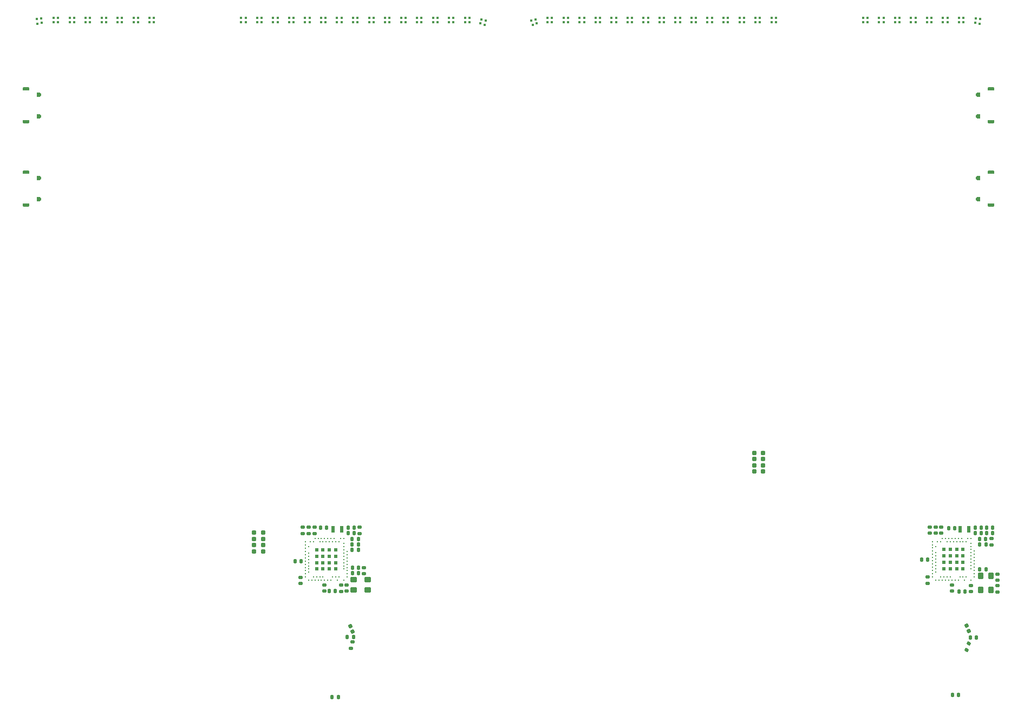
<source format=gtp>
G04 #@! TF.GenerationSoftware,KiCad,Pcbnew,(6.0.11-0)*
G04 #@! TF.CreationDate,2023-02-19T21:29:59+08:00*
G04 #@! TF.ProjectId,Combined,436f6d62-696e-4656-942e-6b696361645f,rev?*
G04 #@! TF.SameCoordinates,Original*
G04 #@! TF.FileFunction,Paste,Top*
G04 #@! TF.FilePolarity,Positive*
%FSLAX46Y46*%
G04 Gerber Fmt 4.6, Leading zero omitted, Abs format (unit mm)*
G04 Created by KiCad (PCBNEW (6.0.11-0)) date 2023-02-19 21:29:59*
%MOMM*%
%LPD*%
G01*
G04 APERTURE LIST*
G04 Aperture macros list*
%AMRoundRect*
0 Rectangle with rounded corners*
0 $1 Rounding radius*
0 $2 $3 $4 $5 $6 $7 $8 $9 X,Y pos of 4 corners*
0 Add a 4 corners polygon primitive as box body*
4,1,4,$2,$3,$4,$5,$6,$7,$8,$9,$2,$3,0*
0 Add four circle primitives for the rounded corners*
1,1,$1+$1,$2,$3*
1,1,$1+$1,$4,$5*
1,1,$1+$1,$6,$7*
1,1,$1+$1,$8,$9*
0 Add four rect primitives between the rounded corners*
20,1,$1+$1,$2,$3,$4,$5,0*
20,1,$1+$1,$4,$5,$6,$7,0*
20,1,$1+$1,$6,$7,$8,$9,0*
20,1,$1+$1,$8,$9,$2,$3,0*%
%AMFreePoly0*
4,1,13,-0.250000,0.375000,-0.240485,0.422835,-0.213388,0.463388,-0.172835,0.490485,-0.125000,0.500000,0.250000,0.500000,0.250000,-0.500000,-0.125000,-0.500000,-0.172835,-0.490485,-0.213388,-0.463388,-0.240485,-0.422835,-0.250000,-0.375000,-0.250000,0.375000,-0.250000,0.375000,$1*%
%AMFreePoly1*
4,1,13,-0.300000,0.150000,-0.288582,0.207403,-0.256066,0.256066,-0.207403,0.288582,-0.150000,0.300000,0.300000,0.300000,0.300000,-0.300000,-0.150000,-0.300000,-0.207403,-0.288582,-0.256066,-0.256066,-0.288582,-0.207403,-0.300000,-0.150000,-0.300000,0.150000,-0.300000,0.150000,$1*%
G04 Aperture macros list end*
%ADD10RoundRect,0.140000X0.170000X-0.140000X0.170000X0.140000X-0.170000X0.140000X-0.170000X-0.140000X0*%
%ADD11RoundRect,0.087500X0.087500X-0.087500X0.087500X0.087500X-0.087500X0.087500X-0.087500X-0.087500X0*%
%ADD12RoundRect,0.140000X-0.170000X0.140000X-0.170000X-0.140000X0.170000X-0.140000X0.170000X0.140000X0*%
%ADD13RoundRect,0.086250X0.201250X-0.201250X0.201250X0.201250X-0.201250X0.201250X-0.201250X-0.201250X0*%
%ADD14C,0.250000*%
%ADD15RoundRect,0.087500X-0.087500X0.087500X-0.087500X-0.087500X0.087500X-0.087500X0.087500X0.087500X0*%
%ADD16RoundRect,0.140000X0.140000X0.170000X-0.140000X0.170000X-0.140000X-0.170000X0.140000X-0.170000X0*%
%ADD17RoundRect,0.140000X-0.140000X-0.170000X0.140000X-0.170000X0.140000X0.170000X-0.140000X0.170000X0*%
%ADD18RoundRect,0.147500X0.147500X0.172500X-0.147500X0.172500X-0.147500X-0.172500X0.147500X-0.172500X0*%
%ADD19RoundRect,0.147500X-0.212545X0.079606X-0.111649X-0.197603X0.212545X-0.079606X0.111649X0.197603X0*%
%ADD20FreePoly0,270.000000*%
%ADD21FreePoly1,180.000000*%
%ADD22FreePoly0,90.000000*%
%ADD23RoundRect,0.150000X0.300000X-0.350000X0.300000X0.350000X-0.300000X0.350000X-0.300000X-0.350000X0*%
%ADD24RoundRect,0.147500X-0.172500X0.147500X-0.172500X-0.147500X0.172500X-0.147500X0.172500X0.147500X0*%
%ADD25R,0.600000X1.100000*%
%ADD26RoundRect,0.150000X-0.350000X-0.300000X0.350000X-0.300000X0.350000X0.300000X-0.350000X0.300000X0*%
%ADD27RoundRect,0.147500X-0.215194X0.072140X-0.104685X-0.201379X0.215194X-0.072140X0.104685X0.201379X0*%
%ADD28FreePoly1,0.000000*%
%ADD29RoundRect,0.090000X-0.210000X-0.270000X0.210000X-0.270000X0.210000X0.270000X-0.210000X0.270000X0*%
%ADD30RoundRect,0.090000X0.210000X0.270000X-0.210000X0.270000X-0.210000X-0.270000X0.210000X-0.270000X0*%
%ADD31RoundRect,0.087500X0.056178X-0.110256X0.110256X0.056178X-0.056178X0.110256X-0.110256X-0.056178X0*%
%ADD32RoundRect,0.135000X-0.146845X0.175745X-0.212164X-0.086234X0.146845X-0.175745X0.212164X0.086234X0*%
%ADD33RoundRect,0.135000X-0.120957X0.194472X-0.222101X-0.055868X0.120957X-0.194472X0.222101X0.055868X0*%
%ADD34RoundRect,0.147500X-0.147500X-0.172500X0.147500X-0.172500X0.147500X0.172500X-0.147500X0.172500X0*%
%ADD35RoundRect,0.087500X-0.110256X0.056178X-0.056178X-0.110256X0.110256X-0.056178X0.056178X0.110256X0*%
%ADD36RoundRect,0.087500X0.101365X-0.070976X0.070976X0.101365X-0.101365X0.070976X-0.070976X-0.101365X0*%
%ADD37RoundRect,0.087500X-0.070976X0.101365X-0.101365X-0.070976X0.070976X-0.101365X0.101365X0.070976X0*%
G04 APERTURE END LIST*
D10*
X74811743Y-105005737D03*
X74811743Y-104045737D03*
D11*
X44994843Y-16021637D03*
X44994843Y-15321637D03*
X45694843Y-16021637D03*
X45694843Y-15321637D03*
D12*
X175869561Y-104142578D03*
X175869561Y-105102578D03*
D13*
X171678673Y-101492578D03*
X171678673Y-99492578D03*
X174678673Y-98492578D03*
X173678673Y-100492578D03*
X172678673Y-98492578D03*
X171678673Y-100492578D03*
X173678673Y-99492578D03*
X172678673Y-100492578D03*
X172678673Y-101492578D03*
X174678673Y-99492578D03*
X173678673Y-98492578D03*
X172678673Y-99492578D03*
X171678673Y-98492578D03*
X173678673Y-101492578D03*
X174678673Y-100492578D03*
X174678673Y-101492578D03*
D14*
X176428673Y-98742578D03*
X176428673Y-99242578D03*
X176428673Y-99742578D03*
X176428673Y-100242578D03*
X176428673Y-100742578D03*
X176428673Y-101242578D03*
X176428673Y-101742578D03*
X176428673Y-102242578D03*
X176428673Y-102742578D03*
X170928673Y-103242578D03*
X170678673Y-97242578D03*
X170428673Y-97992578D03*
X170428673Y-98992578D03*
X170428673Y-99492578D03*
X170428673Y-99992578D03*
X170428673Y-100492578D03*
X170428673Y-100992578D03*
X170428673Y-101492578D03*
X170428673Y-101992578D03*
X170428673Y-103242578D03*
X169928673Y-97242578D03*
X169928673Y-97742578D03*
X169928673Y-98242578D03*
X169928673Y-98742578D03*
X169928673Y-99242578D03*
X169928673Y-99742578D03*
X169928673Y-100242578D03*
X169928673Y-100742578D03*
X169928673Y-101242578D03*
X169928673Y-101742578D03*
X169928673Y-102242578D03*
X169928673Y-102742578D03*
X175928673Y-96742578D03*
X175928673Y-97492578D03*
X175928673Y-97992578D03*
X175928673Y-98492578D03*
X175928673Y-98992578D03*
X175928673Y-99492578D03*
X175928673Y-99992578D03*
X175928673Y-100492578D03*
X175928673Y-100992578D03*
X175928673Y-101492578D03*
X175928673Y-103242578D03*
X175428673Y-96742578D03*
X175178673Y-97242578D03*
X175178673Y-102742578D03*
X174928673Y-103242578D03*
X174678673Y-97242578D03*
X174678673Y-102742578D03*
X174428673Y-96742578D03*
X174178673Y-97242578D03*
X174178673Y-102742578D03*
X173928673Y-96742578D03*
X173928673Y-103242578D03*
X173678673Y-97242578D03*
X173428673Y-96742578D03*
X173428673Y-103242578D03*
X173178673Y-97242578D03*
X172928673Y-96742578D03*
X172928673Y-103242578D03*
X172678673Y-97242578D03*
X172678673Y-102742578D03*
X172428673Y-96742578D03*
X172428673Y-103242578D03*
X172178673Y-97242578D03*
X172178673Y-102742578D03*
X171928673Y-96742578D03*
X171928673Y-103242578D03*
X171678673Y-102742578D03*
X171428673Y-96742578D03*
X171428673Y-103242578D03*
X171178673Y-97242578D03*
X171178673Y-102742578D03*
D15*
X167238350Y-15320362D03*
X167238350Y-16020362D03*
X166538350Y-15320362D03*
X166538350Y-16020362D03*
X132919150Y-15320362D03*
X132919150Y-16020362D03*
X132219150Y-15320362D03*
X132219150Y-16020362D03*
D16*
X178247304Y-101553980D03*
X177287304Y-101553980D03*
D17*
X176559561Y-95042578D03*
X177519561Y-95042578D03*
D18*
X178239561Y-97702578D03*
X177269561Y-97702578D03*
D15*
X135419150Y-15320362D03*
X135419150Y-16020362D03*
X134719150Y-15320362D03*
X134719150Y-16020362D03*
D11*
X37485243Y-16021637D03*
X37485243Y-15321637D03*
X38185243Y-16021637D03*
X38185243Y-15321637D03*
D12*
X180087304Y-104153980D03*
X180087304Y-105113980D03*
D19*
X78885863Y-110449986D03*
X79217623Y-111361488D03*
D16*
X174999561Y-105082578D03*
X174039561Y-105082578D03*
D11*
X61804443Y-16021637D03*
X61804443Y-15321637D03*
X62504443Y-16021637D03*
X62504443Y-15321637D03*
D20*
X28165243Y-39439737D03*
D21*
X30215243Y-43684737D03*
X30215243Y-40334737D03*
D22*
X28165243Y-44579737D03*
D11*
X71804443Y-16021637D03*
X71804443Y-15321637D03*
X72504443Y-16021637D03*
X72504443Y-15321637D03*
D15*
X125419150Y-15320362D03*
X125419150Y-16020362D03*
X124719150Y-15320362D03*
X124719150Y-16020362D03*
X142919150Y-15320362D03*
X142919150Y-16020362D03*
X142219150Y-15320362D03*
X142219150Y-16020362D03*
D23*
X179029561Y-104812578D03*
X179029561Y-102612578D03*
X177429561Y-102612578D03*
X177429561Y-104812578D03*
D24*
X179099561Y-96777578D03*
X179099561Y-97747578D03*
D11*
X32485243Y-16021637D03*
X32485243Y-15321637D03*
X33185243Y-16021637D03*
X33185243Y-15321637D03*
D25*
X77551743Y-95330737D03*
X76151743Y-95330737D03*
D17*
X78521743Y-95055737D03*
X79481743Y-95055737D03*
D10*
X78271743Y-105015737D03*
X78271743Y-104055737D03*
D26*
X79351743Y-104795737D03*
X81551743Y-104795737D03*
X81551743Y-103195737D03*
X79351743Y-103195737D03*
D13*
X73601743Y-98545237D03*
X75601743Y-101545237D03*
X74601743Y-101545237D03*
X76601743Y-101545237D03*
X75601743Y-98545237D03*
X73601743Y-99545237D03*
X75601743Y-100545237D03*
X74601743Y-100545237D03*
X76601743Y-98545237D03*
X73601743Y-100545237D03*
X73601743Y-101545237D03*
X76601743Y-99545237D03*
X76601743Y-100545237D03*
X75601743Y-99545237D03*
X74601743Y-98545237D03*
X74601743Y-99545237D03*
D14*
X78351743Y-98795237D03*
X78351743Y-99295237D03*
X78351743Y-99795237D03*
X78351743Y-100295237D03*
X78351743Y-100795237D03*
X78351743Y-101295237D03*
X78351743Y-101795237D03*
X78351743Y-102295237D03*
X78351743Y-102795237D03*
X72851743Y-103295237D03*
X72601743Y-97295237D03*
X72351743Y-98045237D03*
X72351743Y-99045237D03*
X72351743Y-99545237D03*
X72351743Y-100045237D03*
X72351743Y-100545237D03*
X72351743Y-101045237D03*
X72351743Y-101545237D03*
X72351743Y-102045237D03*
X72351743Y-103295237D03*
X71851743Y-97295237D03*
X71851743Y-97795237D03*
X71851743Y-98295237D03*
X71851743Y-98795237D03*
X71851743Y-99295237D03*
X71851743Y-99795237D03*
X71851743Y-100295237D03*
X71851743Y-100795237D03*
X71851743Y-101295237D03*
X71851743Y-101795237D03*
X71851743Y-102295237D03*
X71851743Y-102795237D03*
X77851743Y-96795237D03*
X77851743Y-97545237D03*
X77851743Y-98045237D03*
X77851743Y-98545237D03*
X77851743Y-99045237D03*
X77851743Y-99545237D03*
X77851743Y-100045237D03*
X77851743Y-100545237D03*
X77851743Y-101045237D03*
X77851743Y-101545237D03*
X77851743Y-103295237D03*
X77351743Y-96795237D03*
X77101743Y-97295237D03*
X77101743Y-102795237D03*
X76851743Y-103295237D03*
X76601743Y-97295237D03*
X76601743Y-102795237D03*
X76351743Y-96795237D03*
X76101743Y-97295237D03*
X76101743Y-102795237D03*
X75851743Y-96795237D03*
X75851743Y-103295237D03*
X75601743Y-97295237D03*
X75351743Y-96795237D03*
X75351743Y-103295237D03*
X75101743Y-97295237D03*
X74851743Y-96795237D03*
X74851743Y-103295237D03*
X74601743Y-97295237D03*
X74601743Y-102795237D03*
X74351743Y-96795237D03*
X74351743Y-103295237D03*
X74101743Y-97295237D03*
X74101743Y-102795237D03*
X73851743Y-96795237D03*
X73851743Y-103295237D03*
X73601743Y-102795237D03*
X73351743Y-96795237D03*
X73351743Y-103295237D03*
X73101743Y-97295237D03*
X73101743Y-102795237D03*
D27*
X175250136Y-110372019D03*
X175613504Y-111271387D03*
D12*
X73251743Y-95015237D03*
X73251743Y-95975237D03*
D10*
X172909561Y-104982578D03*
X172909561Y-104022578D03*
D12*
X180087304Y-102353980D03*
X180087304Y-103313980D03*
D16*
X179299561Y-95042578D03*
X178339561Y-95042578D03*
D11*
X81804443Y-16021637D03*
X81804443Y-15321637D03*
X82504443Y-16021637D03*
X82504443Y-15321637D03*
D22*
X179065265Y-44579786D03*
D28*
X177015265Y-40334786D03*
X177015265Y-43684786D03*
D20*
X179065265Y-39439786D03*
D15*
X172238350Y-15320362D03*
X172238350Y-16020362D03*
X171538350Y-15320362D03*
X171538350Y-16020362D03*
D11*
X84304443Y-16021637D03*
X84304443Y-15321637D03*
X85004443Y-16021637D03*
X85004443Y-15321637D03*
D15*
X115419150Y-15320362D03*
X115419150Y-16020362D03*
X114719150Y-15320362D03*
X114719150Y-16020362D03*
D16*
X76551743Y-105005737D03*
X75591743Y-105005737D03*
D15*
X137919150Y-15320362D03*
X137919150Y-16020362D03*
X137219150Y-15320362D03*
X137219150Y-16020362D03*
D16*
X173369561Y-95182578D03*
X172409561Y-95182578D03*
X80181743Y-102205737D03*
X79221743Y-102205737D03*
D15*
X127919150Y-15320362D03*
X127919150Y-16020362D03*
X127219150Y-15320362D03*
X127219150Y-16020362D03*
D11*
X89304443Y-16021637D03*
X89304443Y-15321637D03*
X90004443Y-16021637D03*
X90004443Y-15321637D03*
D29*
X65226743Y-95865737D03*
X65226743Y-96835737D03*
X65226743Y-97805737D03*
X65226743Y-98775737D03*
X63826743Y-98775737D03*
X63826743Y-97805737D03*
X63826743Y-96835737D03*
X63826743Y-95865737D03*
D12*
X170379561Y-94992578D03*
X170379561Y-95952578D03*
D10*
X169129561Y-103772578D03*
X169129561Y-102812578D03*
D11*
X34985243Y-16021637D03*
X34985243Y-15321637D03*
X35685243Y-16021637D03*
X35685243Y-15321637D03*
D16*
X176781820Y-112241703D03*
X175821820Y-112241703D03*
D30*
X142014559Y-86286334D03*
X142014559Y-85316334D03*
X142014559Y-84346334D03*
X142014559Y-83376334D03*
X143414559Y-83376334D03*
X143414559Y-84346334D03*
X143414559Y-85316334D03*
X143414559Y-86286334D03*
D11*
X74304443Y-16021637D03*
X74304443Y-15321637D03*
X75004443Y-16021637D03*
X75004443Y-15321637D03*
D31*
X99176717Y-16199851D03*
X99393029Y-15534111D03*
X99842457Y-16416163D03*
X100058769Y-15750423D03*
D32*
X79245123Y-112960886D03*
X78998363Y-113950588D03*
D11*
X64304443Y-16021637D03*
X64304443Y-15321637D03*
X65004443Y-16021637D03*
X65004443Y-15321637D03*
D15*
X140419150Y-15320362D03*
X140419150Y-16020362D03*
X139719150Y-15320362D03*
X139719150Y-16020362D03*
D11*
X42494843Y-16021637D03*
X42494843Y-15321637D03*
X43194843Y-16021637D03*
X43194843Y-15321637D03*
X86804443Y-16021637D03*
X86804443Y-15321637D03*
X87504443Y-16021637D03*
X87504443Y-15321637D03*
D16*
X80131743Y-96855737D03*
X79171743Y-96855737D03*
D15*
X169738350Y-15320362D03*
X169738350Y-16020362D03*
X169038350Y-15320362D03*
X169038350Y-16020362D03*
D25*
X175599561Y-95307578D03*
X174199561Y-95307578D03*
D33*
X175612869Y-113218839D03*
X175230771Y-114164567D03*
D34*
X79166743Y-98555737D03*
X80136743Y-98555737D03*
D11*
X91804443Y-16021637D03*
X91804443Y-15321637D03*
X92504443Y-16021637D03*
X92504443Y-15321637D03*
D15*
X145419150Y-15320362D03*
X145419150Y-16020362D03*
X144719150Y-15320362D03*
X144719150Y-16020362D03*
X174738350Y-15320362D03*
X174738350Y-16020362D03*
X174038350Y-15320362D03*
X174038350Y-16020362D03*
D16*
X179299561Y-95912578D03*
X178339561Y-95912578D03*
D15*
X159738350Y-15320362D03*
X159738350Y-16020362D03*
X159038350Y-15320362D03*
X159038350Y-16020362D03*
D12*
X77451743Y-104065737D03*
X77451743Y-105025737D03*
D10*
X71051743Y-103785737D03*
X71051743Y-102825737D03*
D15*
X117919150Y-15320362D03*
X117919150Y-16020362D03*
X117219150Y-15320362D03*
X117219150Y-16020362D03*
D12*
X169489561Y-94992578D03*
X169489561Y-95952578D03*
X171269561Y-94992578D03*
X171269561Y-95952578D03*
D35*
X107830564Y-15532836D03*
X108046876Y-16198576D03*
X107164824Y-15749148D03*
X107381136Y-16414888D03*
D11*
X66804443Y-16021637D03*
X66804443Y-15321637D03*
X67504443Y-16021637D03*
X67504443Y-15321637D03*
D16*
X75181743Y-95045237D03*
X74221743Y-95045237D03*
D11*
X47485243Y-16021637D03*
X47485243Y-15321637D03*
X48185243Y-16021637D03*
X48185243Y-15321637D03*
X69304443Y-16021637D03*
X69304443Y-15321637D03*
X70004443Y-16021637D03*
X70004443Y-15321637D03*
X39985243Y-16021637D03*
X39985243Y-15321637D03*
X40685243Y-16021637D03*
X40685243Y-15321637D03*
D17*
X70231743Y-100305737D03*
X71191743Y-100305737D03*
D36*
X29967837Y-16211197D03*
X29846283Y-15521831D03*
X30657203Y-16089643D03*
X30535649Y-15400277D03*
D15*
X112919150Y-15320362D03*
X112919150Y-16020362D03*
X112219150Y-15320362D03*
X112219150Y-16020362D03*
D10*
X80301743Y-95985737D03*
X80301743Y-95025737D03*
D12*
X80981743Y-101295737D03*
X80981743Y-102255737D03*
D15*
X164738350Y-15320362D03*
X164738350Y-16020362D03*
X164038350Y-15320362D03*
X164038350Y-16020362D03*
D12*
X71451743Y-95015237D03*
X71451743Y-95975237D03*
D18*
X80136743Y-97705737D03*
X79166743Y-97705737D03*
D16*
X173999561Y-121262580D03*
X173039561Y-121262580D03*
D15*
X130419150Y-15320362D03*
X130419150Y-16020362D03*
X129719150Y-15320362D03*
X129719150Y-16020362D03*
D17*
X168214561Y-100057578D03*
X169174561Y-100057578D03*
D22*
X179065265Y-31579786D03*
D28*
X177015265Y-27334786D03*
X177015265Y-30684786D03*
D20*
X179065265Y-26439786D03*
D15*
X162238350Y-15320362D03*
X162238350Y-16020362D03*
X161538350Y-15320362D03*
X161538350Y-16020362D03*
D11*
X76804443Y-16021637D03*
X76804443Y-15321637D03*
X77504443Y-16021637D03*
X77504443Y-15321637D03*
D37*
X177377310Y-15520556D03*
X177255756Y-16209922D03*
X176687944Y-15399002D03*
X176566390Y-16088368D03*
D11*
X94304443Y-16021637D03*
X94304443Y-15321637D03*
X95004443Y-16021637D03*
X95004443Y-15321637D03*
X96804443Y-16021637D03*
X96804443Y-15321637D03*
X97504443Y-16021637D03*
X97504443Y-15321637D03*
D15*
X110419150Y-15320362D03*
X110419150Y-16020362D03*
X109719150Y-15320362D03*
X109719150Y-16020362D03*
D16*
X79481743Y-95955737D03*
X78521743Y-95955737D03*
D20*
X28165243Y-26439737D03*
D21*
X30215243Y-30684737D03*
X30215243Y-27334737D03*
D22*
X28165243Y-31579737D03*
D16*
X178229561Y-96822578D03*
X177269561Y-96822578D03*
X177519561Y-95912578D03*
X176559561Y-95912578D03*
D17*
X78391743Y-112155737D03*
X79351743Y-112155737D03*
D16*
X76994743Y-121555737D03*
X76034743Y-121555737D03*
D15*
X122919150Y-15320362D03*
X122919150Y-16020362D03*
X122219150Y-15320362D03*
X122219150Y-16020362D03*
D17*
X79221743Y-101355737D03*
X80181743Y-101355737D03*
D11*
X79304443Y-16021637D03*
X79304443Y-15321637D03*
X80004443Y-16021637D03*
X80004443Y-15321637D03*
D15*
X120419150Y-15320362D03*
X120419150Y-16020362D03*
X119719150Y-15320362D03*
X119719150Y-16020362D03*
D12*
X72351743Y-95015237D03*
X72351743Y-95975237D03*
M02*

</source>
